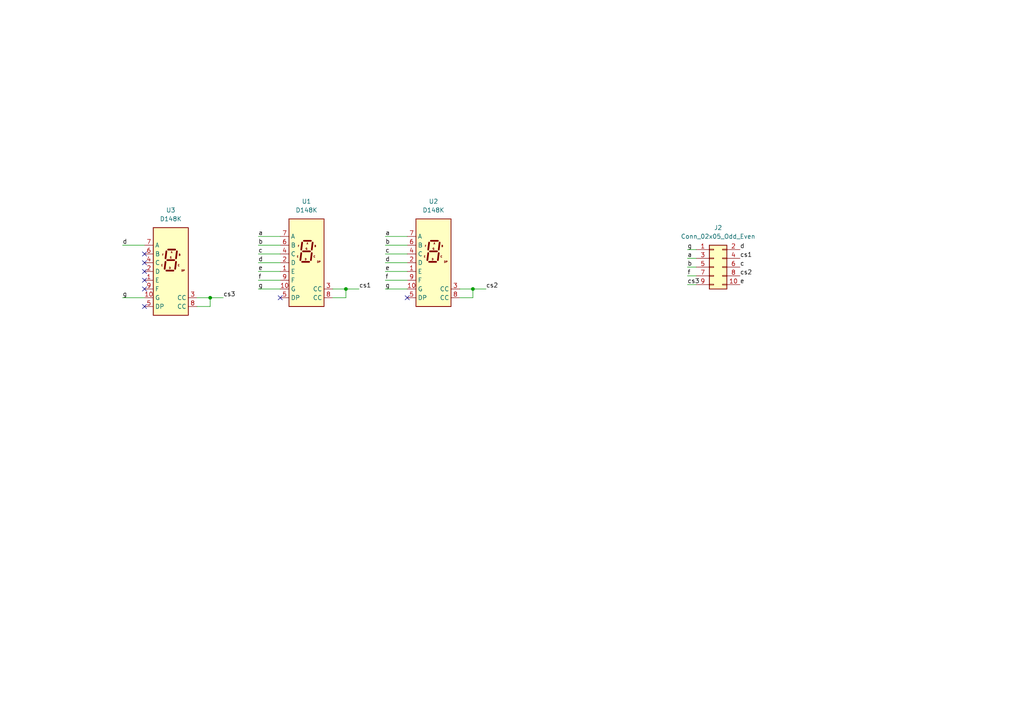
<source format=kicad_sch>
(kicad_sch (version 20230121) (generator eeschema)
  (paper "A4")
  (lib_symbols
    (symbol "Connector_Generic:Conn_02x05_Odd_Even" (pin_names (offset 1.016) hide)
      (property "Reference" "J" (at 1.27 7.62 0))
      (property "Value" "Conn_02x05_Odd_Even" (at 1.27 -7.62 0))
      (symbol "Conn_02x05_Odd_Even_1_1"
        (rectangle (start -1.27 -4.953) (end 0 -5.207) (stroke (width 0.1524)))
        (rectangle (start -1.27 -2.413) (end 0 -2.667) (stroke (width 0.1524)))
        (rectangle (start -1.27 0.127) (end 0 -0.127) (stroke (width 0.1524)))
        (rectangle (start -1.27 2.667) (end 0 2.413) (stroke (width 0.1524)))
        (rectangle (start -1.27 5.207) (end 0 4.953) (stroke (width 0.1524)))
        (rectangle (start -1.27 6.35) (end 3.81 -6.35) (stroke (width 0.254)) (fill (type background)))
        (rectangle (start 3.81 -4.953) (end 2.54 -5.207) (stroke (width 0.1524)))
        (rectangle (start 3.81 -2.413) (end 2.54 -2.667) (stroke (width 0.1524)))
        (rectangle (start 3.81 0.127) (end 2.54 -0.127) (stroke (width 0.1524)))
        (rectangle (start 3.81 2.667) (end 2.54 2.413) (stroke (width 0.1524)))
        (rectangle (start 3.81 5.207) (end 2.54 4.953) (stroke (width 0.1524)))
        (pin passive line (at -5.08 5.08 0) (length 3.81) (name "Pin_1") (number "1"))
        (pin passive line (at 7.62 -5.08 180) (length 3.81) (name "Pin_10") (number "10"))
        (pin passive line (at 7.62 5.08 180) (length 3.81) (name "Pin_2") (number "2"))
        (pin passive line (at -5.08 2.54 0) (length 3.81) (name "Pin_3") (number "3"))
        (pin passive line (at 7.62 2.54 180) (length 3.81) (name "Pin_4") (number "4"))
        (pin passive line (at -5.08 0 0) (length 3.81) (name "Pin_5") (number "5"))
        (pin passive line (at 7.62 0 180) (length 3.81) (name "Pin_6") (number "6"))
        (pin passive line (at -5.08 -2.54 0) (length 3.81) (name "Pin_7") (number "7"))
        (pin passive line (at 7.62 -2.54 180) (length 3.81) (name "Pin_8") (number "8"))
        (pin passive line (at -5.08 -5.08 0) (length 3.81) (name "Pin_9") (number "9"))
      )
    )
    (symbol "Display_Character:D148K"
      (property "Reference" "U" (at -2.54 13.97 0))
      (property "Value" "D148K" (at 1.27 13.97 0))
      (symbol "D148K_0_0"
        (text "A" (at 0.254 5.588 0) (effects (font (size 0.508 0.508))))
        (text "B" (at 2.54 4.826 0) (effects (font (size 0.508 0.508))))
        (text "C" (at 2.286 1.778 0) (effects (font (size 0.508 0.508))))
        (text "D" (at -0.254 1.016 0) (effects (font (size 0.508 0.508))))
        (text "DP" (at 3.556 0.254 0) (effects (font (size 0.508 0.508))))
        (text "E" (at -2.54 1.778 0) (effects (font (size 0.508 0.508))))
        (text "F" (at -2.286 4.826 0) (effects (font (size 0.508 0.508))))
        (text "G" (at 0 4.064 0) (effects (font (size 0.508 0.508))))
      )
      (symbol "D148K_0_1"
        (rectangle (start -5.08 12.7) (end 5.08 -12.7) (stroke (width 0.254)) (fill (type background)))
        (polyline (pts (xy -1.524 2.794) (xy -1.778 0.762)) (stroke (width 0.508)))
        (polyline (pts (xy -1.27 0.254) (xy 0.762 0.254)) (stroke (width 0.508)))
        (polyline (pts (xy -1.27 5.842) (xy -1.524 3.81)) (stroke (width 0.508)))
        (polyline (pts (xy -1.016 3.302) (xy 1.016 3.302)) (stroke (width 0.508)))
        (polyline (pts (xy -0.762 6.35) (xy 1.27 6.35)) (stroke (width 0.508)))
        (polyline (pts (xy 1.524 2.794) (xy 1.27 0.762)) (stroke (width 0.508)))
        (polyline (pts (xy 1.778 5.842) (xy 1.524 3.81)) (stroke (width 0.508)))
        (polyline (pts (xy 2.54 0.254) (xy 2.54 0.254)) (stroke (width 0.508)))
      )
      (symbol "D148K_1_1"
        (pin input line (at -7.62 -2.54 0) (length 2.54) (name "E") (number "1"))
        (pin input line (at -7.62 -7.62 0) (length 2.54) (name "G") (number "10"))
        (pin input line (at -7.62 0 0) (length 2.54) (name "D") (number "2"))
        (pin input line (at 7.62 -7.62 180) (length 2.54) (name "CC") (number "3"))
        (pin input line (at -7.62 2.54 0) (length 2.54) (name "C") (number "4"))
        (pin input line (at -7.62 -10.16 0) (length 2.54) (name "DP") (number "5"))
        (pin input line (at -7.62 5.08 0) (length 2.54) (name "B") (number "6"))
        (pin input line (at -7.62 7.62 0) (length 2.54) (name "A") (number "7"))
        (pin input line (at 7.62 -10.16 180) (length 2.54) (name "CC") (number "8"))
        (pin input line (at -7.62 -5.08 0) (length 2.54) (name "F") (number "9"))
      )
    )
  )
  (junction (at 137.16 83.82))
  (junction (at 60.96 86.36))
  (junction (at 100.33 83.82))
  (no_connect (at 41.91 78.74))
  (no_connect (at 41.91 83.82))
  (no_connect (at 81.28 86.36))
  (no_connect (at 41.91 76.2))
  (no_connect (at 41.91 73.66))
  (no_connect (at 41.91 88.9))
  (no_connect (at 41.91 81.28))
  (no_connect (at 118.11 86.36))
  (wire (pts (xy 111.76 76.2) (xy 118.11 76.2)))
  (wire (pts (xy 35.56 86.36) (xy 41.91 86.36)))
  (wire (pts (xy 74.93 71.12) (xy 81.28 71.12)))
  (wire (pts (xy 57.15 88.9) (xy 60.96 88.9)))
  (wire (pts (xy 74.93 81.28) (xy 81.28 81.28)))
  (wire (pts (xy 111.76 68.58) (xy 118.11 68.58)))
  (wire (pts (xy 137.16 86.36) (xy 137.16 83.82)))
  (wire (pts (xy 133.35 86.36) (xy 137.16 86.36)))
  (wire (pts (xy 74.93 83.82) (xy 81.28 83.82)))
  (wire (pts (xy 100.33 83.82) (xy 96.52 83.82)))
  (wire (pts (xy 100.33 86.36) (xy 100.33 83.82)))
  (wire (pts (xy 74.93 78.74) (xy 81.28 78.74)))
  (wire (pts (xy 199.39 77.47) (xy 201.93 77.47)))
  (wire (pts (xy 60.96 88.9) (xy 60.96 86.36)))
  (wire (pts (xy 199.39 82.55) (xy 201.93 82.55)))
  (wire (pts (xy 74.93 73.66) (xy 81.28 73.66)))
  (wire (pts (xy 199.39 80.01) (xy 201.93 80.01)))
  (wire (pts (xy 111.76 81.28) (xy 118.11 81.28)))
  (wire (pts (xy 137.16 83.82) (xy 133.35 83.82)))
  (wire (pts (xy 140.97 83.82) (xy 137.16 83.82)))
  (wire (pts (xy 199.39 72.39) (xy 201.93 72.39)))
  (wire (pts (xy 96.52 86.36) (xy 100.33 86.36)))
  (wire (pts (xy 74.93 68.58) (xy 81.28 68.58)))
  (wire (pts (xy 60.96 86.36) (xy 57.15 86.36)))
  (wire (pts (xy 111.76 83.82) (xy 118.11 83.82)))
  (wire (pts (xy 104.14 83.82) (xy 100.33 83.82)))
  (wire (pts (xy 111.76 71.12) (xy 118.11 71.12)))
  (wire (pts (xy 74.93 76.2) (xy 81.28 76.2)))
  (wire (pts (xy 111.76 78.74) (xy 118.11 78.74)))
  (wire (pts (xy 35.56 71.12) (xy 41.91 71.12)))
  (wire (pts (xy 64.77 86.36) (xy 60.96 86.36)))
  (wire (pts (xy 111.76 73.66) (xy 118.11 73.66)))
  (wire (pts (xy 199.39 74.93) (xy 201.93 74.93)))
  (label "cs2" (at 140.97 83.82 0))
  (label "c" (at 74.93 73.66 0))
  (label "cs3" (at 199.39 82.55 0))
  (label "d" (at 111.76 76.2 0))
  (label "d" (at 74.93 76.2 0))
  (label "g" (at 199.39 72.39 0))
  (label "a" (at 199.39 74.93 0))
  (label "g" (at 35.56 86.36 0))
  (label "f" (at 199.39 80.01 0))
  (label "d" (at 214.63 72.39 0))
  (label "a" (at 74.93 68.58 0))
  (label "e" (at 74.93 78.74 0))
  (label "cs1" (at 214.63 74.93 0))
  (label "b" (at 74.93 71.12 0))
  (label "c" (at 111.76 73.66 0))
  (label "f" (at 111.76 81.28 0))
  (label "g" (at 74.93 83.82 0))
  (label "b" (at 111.76 71.12 0))
  (label "e" (at 214.63 82.55 0))
  (label "d" (at 35.56 71.12 0))
  (label "b" (at 199.39 77.47 0))
  (label "cs1" (at 104.14 83.82 0))
  (label "cs3" (at 64.77 86.36 0))
  (label "cs2" (at 214.63 80.01 0))
  (label "g" (at 111.76 83.82 0))
  (label "c" (at 214.63 77.47 0))
  (label "e" (at 111.76 78.74 0))
  (label "f" (at 74.93 81.28 0))
  (label "a" (at 111.76 68.58 0))
  (symbol (lib_id "Display_Character:D148K") (at 125.73 76.2 0) (unit 1)
    (property "Reference" "U2" (at 125.73 58.42 0))
    (property "Value" "D148K" (at 125.73 60.96 0))
    (property "Footprint" "Display_7Segment:D1X8K" (effects hide))
    (property "Datasheet" "https://ia800903.us.archive.org/24/items/CTKD1x8K/Cromatek%20D168K.pdf" (effects hide))
  )
  (symbol (lib_id "Display_Character:D148K") (at 49.53 78.74 0) (unit 1)
    (property "Reference" "U3" (at 49.53 60.96 0))
    (property "Value" "D148K" (at 49.53 63.5 0))
    (property "Footprint" "Display_7Segment:D1X8K" (effects hide))
    (property "Datasheet" "https://ia800903.us.archive.org/24/items/CTKD1x8K/Cromatek%20D168K.pdf" (effects hide))
  )
  (symbol (lib_id "Display_Character:D148K") (at 88.9 76.2 0) (unit 1)
    (property "Reference" "U1" (at 88.9 58.42 0))
    (property "Value" "D148K" (at 88.9 60.96 0))
    (property "Footprint" "Display_7Segment:D1X8K" (effects hide))
    (property "Datasheet" "https://ia800903.us.archive.org/24/items/CTKD1x8K/Cromatek%20D168K.pdf" (effects hide))
  )
  (symbol (lib_id "Connector_Generic:Conn_02x05_Odd_Even") (at 207.01 77.47 0) (unit 1)
    (property "Reference" "J2" (at 208.28 66.04 0))
    (property "Value" "Conn_02x05_Odd_Even" (at 208.28 68.58 0))
    (property "Footprint" "Connector_PinHeader_2.54mm:PinHeader_2x05_P2.54mm_Vertical" (effects hide))
  )
)
</source>
